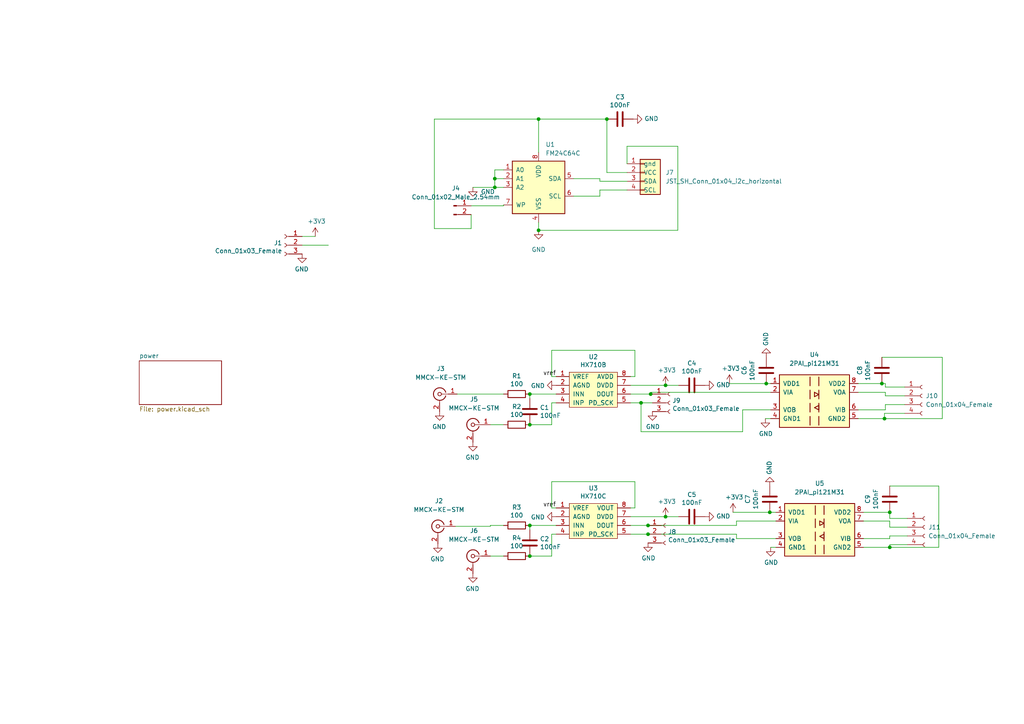
<source format=kicad_sch>
(kicad_sch (version 20211123) (generator eeschema)
  (paper "A4")
  (lib_symbols
    (symbol "0JLC-6:10" (pin_numbers hide) (pin_names (offset 0))
      (property "Reference" "R" (at 2.032 0 90))
      (property "Value" "10" (at 0 0 90))
      (symbol "10_0_1"
        (rectangle (start -1.016 -2.54) (end 1.016 2.54) (stroke (width 0.254)))
      )
      (symbol "10_1_1"
        (pin passive line (at 0 3.81 270) (length 1.27) (name "~") (number "1"))
        (pin passive line (at 0 -3.81 90) (length 1.27) (name "~") (number "2"))
      )
    )
    (symbol "0JLC-6:100nF" (pin_numbers hide) (pin_names (offset 0.254))
      (property "Reference" "C" (at 0.635 2.54 0))
      (property "Value" "100nF" (at 0.635 -2.54 0))
      (symbol "100nF_0_1"
        (polyline (pts (xy -2.032 -0.762) (xy 2.032 -0.762)) (stroke (width 0.508)))
        (polyline (pts (xy -2.032 0.762) (xy 2.032 0.762)) (stroke (width 0.508)))
      )
      (symbol "100nF_1_1"
        (pin passive line (at 0 3.81 270) (length 2.794) (name "~") (number "1"))
        (pin passive line (at 0 -3.81 90) (length 2.794) (name "~") (number "2"))
      )
    )
    (symbol "0JLC-6:2PAI_pi121M31" (pin_names (offset 1.016))
      (property "Reference" "U" (at -10.16 8.89 0))
      (property "Value" "2PAI_pi121M31" (at -2.032 8.89 0))
      (symbol "2PAI_pi121M31_0_1"
        (rectangle (start -10.16 7.62) (end 10.16 -7.62) (stroke (width 0.254)) (fill (type background)))
        (polyline (pts (xy -1.27 -4.445) (xy -1.27 -6.985)) (stroke (width 0.254)))
        (polyline (pts (xy -1.27 -0.635) (xy -1.27 -3.175)) (stroke (width 0.254)))
        (polyline (pts (xy -1.27 3.175) (xy -1.27 0.635)) (stroke (width 0.254)))
        (polyline (pts (xy -1.27 6.985) (xy -1.27 4.445)) (stroke (width 0.254)))
        (polyline (pts (xy 1.27 -4.445) (xy 1.27 -6.985)) (stroke (width 0.254)))
        (polyline (pts (xy 1.27 -0.635) (xy 1.27 -3.175)) (stroke (width 0.254)))
        (polyline (pts (xy 1.27 3.175) (xy 1.27 0.635)) (stroke (width 0.254)))
        (polyline (pts (xy 1.27 6.985) (xy 1.27 4.445)) (stroke (width 0.254)))
        (polyline (pts (xy 0 2.54) (xy 0 1.27) (xy 1.27 1.905) (xy 0 2.54)) (stroke (width 0.254)))
        (polyline (pts (xy 1.27 -1.27) (xy 1.27 -2.54) (xy 0 -1.905) (xy 1.27 -1.27)) (stroke (width 0.254)))
      )
      (symbol "2PAI_pi121M31_1_1"
        (pin power_in line (at -12.7 5.08 0) (length 2.54) (name "VDD1") (number "1"))
        (pin input line (at -12.7 2.54 0) (length 2.54) (name "VIA") (number "2"))
        (pin output line (at -12.7 -2.54 0) (length 2.54) (name "VOB") (number "3"))
        (pin power_in line (at -12.7 -5.08 0) (length 2.54) (name "GND1") (number "4"))
        (pin power_in line (at 12.7 -5.08 180) (length 2.54) (name "GND2") (number "5"))
        (pin input line (at 12.7 -2.54 180) (length 2.54) (name "VIB") (number "6"))
        (pin output line (at 12.7 2.54 180) (length 2.54) (name "VOA") (number "7"))
        (pin power_in line (at 12.7 5.08 180) (length 2.54) (name "VDD2") (number "8"))
      )
    )
    (symbol "0JLC-6:Conn_01x02_Male_2.54mm" (pin_names (offset 1.016) hide)
      (property "Reference" "J" (at 0 2.54 0))
      (property "Value" "Conn_01x02_Male_2.54mm" (at 0 -5.08 0))
      (symbol "Conn_01x02_Male_2.54mm_1_1"
        (polyline (pts (xy 1.27 -2.54) (xy 0.8636 -2.54)) (stroke (width 0.1524)))
        (polyline (pts (xy 1.27 0) (xy 0.8636 0)) (stroke (width 0.1524)))
        (rectangle (start 0.8636 -2.413) (end 0 -2.667) (stroke (width 0.1524)) (fill (type outline)))
        (rectangle (start 0.8636 0.127) (end 0 -0.127) (stroke (width 0.1524)) (fill (type outline)))
        (pin passive line (at 5.08 0 180) (length 3.81) (name "Pin_1") (number "1"))
        (pin passive line (at 5.08 -2.54 180) (length 3.81) (name "Pin_2") (number "2"))
      )
    )
    (symbol "0JLC-6:HX710B" (pin_names (offset 1.016))
      (property "Reference" "U" (at 0 1.27 0))
      (property "Value" "HX710B" (at 0 3.81 0))
      (symbol "HX710B_0_1"
        (rectangle (start -7.62 0) (end 6.35 -10.16) (fill (type background)))
      )
      (symbol "HX710B_1_1"
        (pin passive line (at -11.43 -1.27 0) (length 3.81) (name "VREF") (number "1"))
        (pin passive line (at -11.43 -3.81 0) (length 3.81) (name "AGND") (number "2"))
        (pin passive line (at -11.43 -6.35 0) (length 3.81) (name "INN") (number "3"))
        (pin passive line (at -11.43 -8.89 0) (length 3.81) (name "INP") (number "4"))
        (pin passive line (at 10.16 -8.89 180) (length 3.81) (name "PD_SCK") (number "5"))
        (pin passive line (at 10.16 -6.35 180) (length 3.81) (name "DOUT") (number "6"))
        (pin passive line (at 10.16 -3.81 180) (length 3.81) (name "DVDD") (number "7"))
        (pin passive line (at 10.16 -1.27 180) (length 3.81) (name "AVDD") (number "8"))
      )
    )
    (symbol "0JLC-6:HX710C" (pin_names (offset 1.016))
      (property "Reference" "U" (at 0 1.27 0))
      (property "Value" "HX710C" (at 0 3.81 0))
      (symbol "HX710C_0_1"
        (rectangle (start -7.62 0) (end 6.35 -10.16) (fill (type background)))
      )
      (symbol "HX710C_1_1"
        (pin passive line (at -11.43 -1.27 0) (length 3.81) (name "VREF") (number "1"))
        (pin passive line (at -11.43 -3.81 0) (length 3.81) (name "AGND") (number "2"))
        (pin passive line (at -11.43 -6.35 0) (length 3.81) (name "INN") (number "3"))
        (pin passive line (at -11.43 -8.89 0) (length 3.81) (name "INP") (number "4"))
        (pin passive line (at 10.16 -8.89 180) (length 3.81) (name "PD_SCK") (number "5"))
        (pin passive line (at 10.16 -6.35 180) (length 3.81) (name "DOUT") (number "6"))
        (pin passive line (at 10.16 -3.81 180) (length 3.81) (name "DVDD") (number "7"))
        (pin passive line (at 10.16 -1.27 180) (length 3.81) (name "VOUT") (number "8"))
      )
    )
    (symbol "0JLC-6:JST_SH_Conn_01x04_i2c_horizontal" (pin_names (offset 1.016))
      (property "Reference" "J" (at 0 5.08 0))
      (property "Value" "JST_SH_Conn_01x04_i2c_horizontal" (at 0 -7.62 0))
      (symbol "JST_SH_Conn_01x04_i2c_horizontal_1_1"
        (rectangle (start -1.27 -4.953) (end 0 -5.207) (stroke (width 0.1524)))
        (rectangle (start -1.27 -2.413) (end 0 -2.667) (stroke (width 0.1524)))
        (rectangle (start -1.27 0.127) (end 0 -0.127) (stroke (width 0.1524)))
        (rectangle (start -1.27 2.667) (end 0 2.413) (stroke (width 0.1524)))
        (rectangle (start -1.27 3.81) (end 4.572 -6.35) (stroke (width 0.254)) (fill (type background)))
        (pin passive line (at -5.08 2.54 0) (length 3.81) (name "gnd") (number "1"))
        (pin passive line (at -5.08 0 0) (length 3.81) (name "VCC") (number "2"))
        (pin passive line (at -5.08 -2.54 0) (length 3.81) (name "SDA") (number "3"))
        (pin passive line (at -5.08 -5.08 0) (length 3.81) (name "SCL") (number "4"))
      )
    )
    (symbol "0JLC-6:MMCX-KE-STM" (pin_names (offset 1.016) hide)
      (property "Reference" "J" (at 0.254 3.048 0))
      (property "Value" "MMCX-KE-STM" (at 2.921 0 90))
      (symbol "MMCX-KE-STM_0_1"
        (arc (start -1.778 -0.508) (mid 0.2311 -1.8066) (end 1.778 0) (stroke (width 0.254)))
        (polyline (pts (xy -2.54 0) (xy -0.508 0)))
        (polyline (pts (xy 0 -2.54) (xy 0 -1.778)))
        (circle (center 0 0) (radius 0.508) (stroke (width 0.2032)))
        (arc (start 1.778 0) (mid 0.2099 1.8101) (end -1.778 0.508) (stroke (width 0.254)))
      )
      (symbol "MMCX-KE-STM_1_1"
        (pin passive line (at -5.08 0 0) (length 2.54) (name "In") (number "1"))
        (pin passive line (at 0 -5.08 90) (length 2.54) (name "Ext") (number "2"))
      )
    )
    (symbol "Connector:Conn_01x03_Female" (pin_names (offset 1.016) hide)
      (property "Reference" "J" (at 0 5.08 0))
      (property "Value" "Conn_01x03_Female" (at 0 -5.08 0))
      (symbol "Conn_01x03_Female_1_1"
        (arc (start 0 -2.032) (mid -0.508 -2.54) (end 0 -3.048) (stroke (width 0.1524)))
        (polyline (pts (xy -1.27 -2.54) (xy -0.508 -2.54)) (stroke (width 0.1524)))
        (polyline (pts (xy -1.27 0) (xy -0.508 0)) (stroke (width 0.1524)))
        (polyline (pts (xy -1.27 2.54) (xy -0.508 2.54)) (stroke (width 0.1524)))
        (arc (start 0 0.508) (mid -0.508 0) (end 0 -0.508) (stroke (width 0.1524)))
        (arc (start 0 3.048) (mid -0.508 2.54) (end 0 2.032) (stroke (width 0.1524)))
        (pin passive line (at -5.08 2.54 0) (length 3.81) (name "Pin_1") (number "1"))
        (pin passive line (at -5.08 0 0) (length 3.81) (name "Pin_2") (number "2"))
        (pin passive line (at -5.08 -2.54 0) (length 3.81) (name "Pin_3") (number "3"))
      )
    )
    (symbol "Connector:Conn_01x04_Female" (pin_names (offset 1.016) hide)
      (property "Reference" "J" (at 0 5.08 0))
      (property "Value" "Conn_01x04_Female" (at 0 -7.62 0))
      (symbol "Conn_01x04_Female_1_1"
        (arc (start 0 -4.572) (mid -0.508 -5.08) (end 0 -5.588) (stroke (width 0.1524)))
        (arc (start 0 -2.032) (mid -0.508 -2.54) (end 0 -3.048) (stroke (width 0.1524)))
        (polyline (pts (xy -1.27 -5.08) (xy -0.508 -5.08)) (stroke (width 0.1524)))
        (polyline (pts (xy -1.27 -2.54) (xy -0.508 -2.54)) (stroke (width 0.1524)))
        (polyline (pts (xy -1.27 0) (xy -0.508 0)) (stroke (width 0.1524)))
        (polyline (pts (xy -1.27 2.54) (xy -0.508 2.54)) (stroke (width 0.1524)))
        (arc (start 0 0.508) (mid -0.508 0) (end 0 -0.508) (stroke (width 0.1524)))
        (arc (start 0 3.048) (mid -0.508 2.54) (end 0 2.032) (stroke (width 0.1524)))
        (pin passive line (at -5.08 2.54 0) (length 3.81) (name "Pin_1") (number "1"))
        (pin passive line (at -5.08 0 0) (length 3.81) (name "Pin_2") (number "2"))
        (pin passive line (at -5.08 -2.54 0) (length 3.81) (name "Pin_3") (number "3"))
        (pin passive line (at -5.08 -5.08 0) (length 3.81) (name "Pin_4") (number "4"))
      )
    )
    (symbol "Memory_NVRAM:FM24C64C" (pin_names (offset 1.016))
      (property "Reference" "U" (at -5.08 8.89 0))
      (property "Value" "FM24C64C" (at 6.35 -8.89 0))
      (symbol "FM24C64C_0_1"
        (rectangle (start -7.62 7.62) (end 7.62 -7.62) (stroke (width 0.254)) (fill (type background)))
      )
      (symbol "FM24C64C_1_1"
        (pin input line (at -10.16 5.08 0) (length 2.54) (name "A0") (number "1"))
        (pin input line (at -10.16 2.54 0) (length 2.54) (name "A1") (number "2"))
        (pin input line (at -10.16 0 0) (length 2.54) (name "A2") (number "3"))
        (pin power_in line (at 0 -10.16 90) (length 2.54) (name "VSS") (number "4"))
        (pin bidirectional line (at 10.16 2.54 180) (length 2.54) (name "SDA") (number "5"))
        (pin input line (at 10.16 -2.54 180) (length 2.54) (name "SCL") (number "6"))
        (pin input line (at -10.16 -5.08 0) (length 2.54) (name "WP") (number "7"))
        (pin power_in line (at 0 10.16 270) (length 2.54) (name "VDD") (number "8"))
      )
    )
    (symbol "power:+3.3V" (power) (pin_names (offset 0))
      (property "Value" "+3.3V" (at 0 3.556 0))
      (symbol "+3.3V_0_1"
        (polyline (pts (xy -0.762 1.27) (xy 0 2.54)))
        (polyline (pts (xy 0 0) (xy 0 2.54)))
        (polyline (pts (xy 0 2.54) (xy 0.762 1.27)))
      )
      (symbol "+3.3V_1_1"
        (pin power_in line (at 0 0 90) (length 0) hide (name "+3V3") (number "1"))
      )
    )
    (symbol "power:GND" (power) (pin_names (offset 0))
      (property "Value" "GND" (at 0 -3.81 0))
      (symbol "GND_0_1"
        (polyline (pts (xy 0 0) (xy 0 -1.27) (xy 1.27 -1.27) (xy 0 -2.54) (xy -1.27 -1.27) (xy 0 -1.27)))
      )
      (symbol "GND_1_1"
        (pin power_in line (at 0 0 270) (length 0) hide (name "GND") (number "1"))
      )
    )
  )
  (junction (at 153.67 123.19))
  (junction (at 156.21 66.802))
  (junction (at 156.21 34.544))
  (junction (at 153.67 152.4))
  (junction (at 176.022 34.544))
  (junction (at 143.51 54.356))
  (junction (at 153.67 114.3))
  (junction (at 185.928 116.84))
  (junction (at 187.96 152.4))
  (junction (at 223.266 148.59))
  (junction (at 187.96 154.94))
  (junction (at 193.04 111.76))
  (junction (at 143.51 51.816))
  (junction (at 222.25 111.252))
  (junction (at 255.778 111.252))
  (junction (at 188.722 114.3))
  (junction (at 153.67 161.29))
  (junction (at 193.04 149.86))
  (junction (at 258.064 148.59))
  (junction (at 256.54 121.412))
  (junction (at 258.064 158.75))
  (wire (pts (xy 136.652 66.294) (xy 125.984 66.294)))
  (wire (pts (xy 273.304 103.632) (xy 273.304 121.412)))
  (wire (pts (xy 181.864 50.038) (xy 176.022 50.038)))
  (wire (pts (xy 182.88 114.3) (xy 188.722 114.3)))
  (wire (pts (xy 222.25 111.252) (xy 211.582 111.252)))
  (wire (pts (xy 153.67 114.3) (xy 153.67 115.57)))
  (wire (pts (xy 196.596 66.802) (xy 156.21 66.802)))
  (wire (pts (xy 222.25 111.252) (xy 223.52 111.252)))
  (wire (pts (xy 125.984 34.544) (xy 156.21 34.544)))
  (wire (pts (xy 143.51 49.276) (xy 143.51 51.816)))
  (wire (pts (xy 166.37 51.816) (xy 173.99 51.816)))
  (wire (pts (xy 250.444 158.75) (xy 258.064 158.75)))
  (wire (pts (xy 182.88 152.4) (xy 187.96 152.4)))
  (wire (pts (xy 187.96 152.4) (xy 213.614 152.4)))
  (wire (pts (xy 181.864 47.498) (xy 181.864 42.418)))
  (wire (pts (xy 160.02 147.32) (xy 161.29 147.32)))
  (wire (pts (xy 142.24 123.19) (xy 146.05 123.19)))
  (wire (pts (xy 215.392 118.872) (xy 215.392 125.222)))
  (wire (pts (xy 161.29 109.22) (xy 160.02 109.22)))
  (wire (pts (xy 263.144 150.368) (xy 258.064 150.368)))
  (wire (pts (xy 161.29 114.3) (xy 153.67 114.3)))
  (wire (pts (xy 146.05 59.69) (xy 146.05 59.436)))
  (wire (pts (xy 258.064 148.59) (xy 250.444 148.59)))
  (wire (pts (xy 146.05 49.276) (xy 143.51 49.276)))
  (wire (pts (xy 153.67 123.19) (xy 160.02 123.19)))
  (wire (pts (xy 258.064 157.988) (xy 263.144 157.988)))
  (wire (pts (xy 256.794 111.252) (xy 256.794 112.268)))
  (wire (pts (xy 173.99 52.578) (xy 181.864 52.578)))
  (wire (pts (xy 160.02 123.19) (xy 160.02 116.84)))
  (wire (pts (xy 225.044 151.13) (xy 213.614 151.13)))
  (wire (pts (xy 258.064 151.13) (xy 250.444 151.13)))
  (wire (pts (xy 142.24 161.29) (xy 146.05 161.29)))
  (wire (pts (xy 193.04 149.86) (xy 196.85 149.86)))
  (wire (pts (xy 136.652 62.23) (xy 136.652 66.294)))
  (wire (pts (xy 256.794 114.808) (xy 262.382 114.808)))
  (wire (pts (xy 256.794 117.348) (xy 262.382 117.348)))
  (wire (pts (xy 185.928 125.222) (xy 185.928 116.84)))
  (wire (pts (xy 143.51 51.816) (xy 143.51 54.356)))
  (wire (pts (xy 184.15 109.22) (xy 182.88 109.22)))
  (wire (pts (xy 248.92 118.872) (xy 256.794 118.872)))
  (wire (pts (xy 256.54 121.412) (xy 256.54 119.888)))
  (wire (pts (xy 273.304 121.412) (xy 256.54 121.412)))
  (wire (pts (xy 161.29 152.4) (xy 153.67 152.4)))
  (wire (pts (xy 160.02 116.84) (xy 161.29 116.84)))
  (wire (pts (xy 258.064 140.97) (xy 272.288 140.97)))
  (wire (pts (xy 189.23 116.84) (xy 185.928 116.84)))
  (wire (pts (xy 213.614 156.21) (xy 213.614 154.94)))
  (wire (pts (xy 215.392 125.222) (xy 185.928 125.222)))
  (wire (pts (xy 223.52 158.75) (xy 225.044 158.75)))
  (wire (pts (xy 248.92 111.252) (xy 255.778 111.252)))
  (wire (pts (xy 187.96 154.94) (xy 213.614 154.94)))
  (wire (pts (xy 160.02 161.29) (xy 160.02 154.94)))
  (wire (pts (xy 173.99 55.118) (xy 173.99 56.896)))
  (wire (pts (xy 173.99 56.896) (xy 166.37 56.896)))
  (wire (pts (xy 213.614 151.13) (xy 213.614 152.4)))
  (wire (pts (xy 248.92 113.792) (xy 256.794 113.792)))
  (wire (pts (xy 182.88 154.94) (xy 187.96 154.94)))
  (wire (pts (xy 258.064 156.21) (xy 258.064 155.448)))
  (wire (pts (xy 250.444 156.21) (xy 258.064 156.21)))
  (wire (pts (xy 258.064 155.448) (xy 263.144 155.448)))
  (wire (pts (xy 263.144 152.908) (xy 258.064 152.908)))
  (wire (pts (xy 221.996 121.412) (xy 223.52 121.412)))
  (wire (pts (xy 142.24 152.4) (xy 146.05 152.4)))
  (wire (pts (xy 223.52 118.872) (xy 215.392 118.872)))
  (wire (pts (xy 87.63 68.58) (xy 91.44 68.58)))
  (wire (pts (xy 223.266 148.59) (xy 212.598 148.59)))
  (wire (pts (xy 196.596 42.418) (xy 196.596 66.802)))
  (wire (pts (xy 160.02 109.22) (xy 160.02 101.6)))
  (wire (pts (xy 137.16 54.356) (xy 143.51 54.356)))
  (wire (pts (xy 156.21 34.544) (xy 156.21 44.196)))
  (wire (pts (xy 160.02 139.7) (xy 160.02 147.32)))
  (wire (pts (xy 132.08 152.654) (xy 142.24 152.654)))
  (wire (pts (xy 182.88 149.86) (xy 193.04 149.86)))
  (wire (pts (xy 143.51 54.356) (xy 146.05 54.356)))
  (wire (pts (xy 258.064 152.908) (xy 258.064 151.13)))
  (wire (pts (xy 272.288 140.97) (xy 272.288 158.75)))
  (wire (pts (xy 87.63 71.12) (xy 95.25 71.12)))
  (wire (pts (xy 132.588 114.3) (xy 146.05 114.3)))
  (wire (pts (xy 184.15 139.7) (xy 160.02 139.7)))
  (wire (pts (xy 181.864 42.418) (xy 196.596 42.418)))
  (wire (pts (xy 184.15 101.6) (xy 184.15 109.22)))
  (wire (pts (xy 153.67 161.29) (xy 160.02 161.29)))
  (wire (pts (xy 255.778 111.252) (xy 256.794 111.252)))
  (wire (pts (xy 248.92 121.412) (xy 256.54 121.412)))
  (wire (pts (xy 176.022 50.038) (xy 176.022 34.544)))
  (wire (pts (xy 193.04 111.76) (xy 182.88 111.76)))
  (wire (pts (xy 188.722 114.3) (xy 189.23 114.3)))
  (wire (pts (xy 258.064 150.368) (xy 258.064 148.59)))
  (wire (pts (xy 188.722 113.792) (xy 188.722 114.3)))
  (wire (pts (xy 142.24 152.654) (xy 142.24 152.4)))
  (wire (pts (xy 156.21 66.802) (xy 156.21 64.516)))
  (wire (pts (xy 256.794 112.268) (xy 262.382 112.268)))
  (wire (pts (xy 176.022 34.544) (xy 156.21 34.544)))
  (wire (pts (xy 173.99 51.816) (xy 173.99 52.578)))
  (wire (pts (xy 225.044 156.21) (xy 213.614 156.21)))
  (wire (pts (xy 136.652 59.69) (xy 146.05 59.69)))
  (wire (pts (xy 125.984 66.294) (xy 125.984 34.544)))
  (wire (pts (xy 272.288 158.75) (xy 258.064 158.75)))
  (wire (pts (xy 256.794 113.792) (xy 256.794 114.808)))
  (wire (pts (xy 256.54 119.888) (xy 262.382 119.888)))
  (wire (pts (xy 160.02 101.6) (xy 184.15 101.6)))
  (wire (pts (xy 181.864 55.118) (xy 173.99 55.118)))
  (wire (pts (xy 184.15 147.32) (xy 184.15 139.7)))
  (wire (pts (xy 182.88 147.32) (xy 184.15 147.32)))
  (wire (pts (xy 185.928 116.84) (xy 182.88 116.84)))
  (wire (pts (xy 256.794 118.872) (xy 256.794 117.348)))
  (wire (pts (xy 143.51 51.816) (xy 146.05 51.816)))
  (wire (pts (xy 153.67 152.4) (xy 153.67 153.67)))
  (wire (pts (xy 225.044 148.59) (xy 223.266 148.59)))
  (wire (pts (xy 160.02 154.94) (xy 161.29 154.94)))
  (wire (pts (xy 193.04 111.76) (xy 196.85 111.76)))
  (wire (pts (xy 223.52 113.792) (xy 188.722 113.792)))
  (wire (pts (xy 258.064 158.75) (xy 258.064 157.988)))
  (wire (pts (xy 255.778 103.632) (xy 273.304 103.632)))
  (label "vref" (at 161.29 147.32 180))
  (label "vref" (at 161.29 109.22 180))
  (symbol (lib_id "0JLC-6:HX710B") (at 172.72 107.95 0) (unit 1)
    (property "Reference" "U2" (at 172.085 103.505 0))
    (property "Value" "HX710B" (at 172.085 105.8164 0))
    (property "Footprint" "Package_SO:SOP-8_3.9x4.9mm_P1.27mm" (effects hide))
    (property "LCSC" "C78447" (effects hide))
    (property "MPN" "HX710B" (effects hide))
  )
  (symbol (lib_id "0JLC-6:HX710C") (at 172.72 146.05 0) (unit 1)
    (property "Reference" "U3" (at 172.085 141.605 0))
    (property "Value" "HX710C" (at 172.085 143.9164 0))
    (property "Footprint" "Package_SO:SOP-8_3.9x4.9mm_P1.27mm" (effects hide))
    (property "LCSC" "C124156" (effects hide))
    (property "MPN" "HX710C" (effects hide))
  )
  (symbol (lib_id "power:GND") (at 161.29 149.86 270) (unit 1)
    (property "Reference" "#PWR010" (effects hide))
    (property "Value" "GND" (at 158.0388 149.987 90) (effects (justify right)))
  )
  (symbol (lib_id "power:GND") (at 161.29 111.76 270) (unit 1)
    (property "Reference" "#PWR09" (effects hide))
    (property "Value" "GND" (at 158.0388 111.887 90) (effects (justify right)))
  )
  (symbol (lib_id "power:+3.3V") (at 193.04 111.76 0) (unit 1)
    (property "Reference" "#PWR014" (effects hide))
    (property "Value" "+3.3V" (at 193.421 107.3658 0))
  )
  (symbol (lib_id "power:+3.3V") (at 193.04 149.86 0) (unit 1)
    (property "Reference" "#PWR015" (effects hide))
    (property "Value" "+3.3V" (at 193.421 145.4658 0))
  )
  (symbol (lib_id "0JLC-6:100nF") (at 200.66 111.76 270) (unit 1)
    (property "Reference" "C4" (at 200.66 105.3592 90))
    (property "Value" "100nF" (at 200.66 107.6706 90))
    (property "Footprint" "Capacitor_SMD:C_0603_1608Metric_Pad1.08x0.95mm_HandSolder" (effects hide))
    (property "LCSC" "C14663" (effects hide))
    (property "MPN" "CC0603KRX7R9BB104" (effects hide))
  )
  (symbol (lib_id "0JLC-6:100nF") (at 200.66 149.86 270) (unit 1)
    (property "Reference" "C5" (at 200.66 143.4592 90))
    (property "Value" "100nF" (at 200.66 145.7706 90))
    (property "Footprint" "Capacitor_SMD:C_0603_1608Metric_Pad1.08x0.95mm_HandSolder" (effects hide))
    (property "LCSC" "C14663" (effects hide))
    (property "MPN" "CC0603KRX7R9BB104" (effects hide))
  )
  (symbol (lib_id "power:GND") (at 204.47 149.86 90) (unit 1)
    (property "Reference" "#PWR017" (effects hide))
    (property "Value" "GND" (at 207.7212 149.733 90) (effects (justify right)))
  )
  (symbol (lib_id "power:GND") (at 204.47 111.76 90) (unit 1)
    (property "Reference" "#PWR016" (effects hide))
    (property "Value" "GND" (at 207.7212 111.633 90) (effects (justify right)))
  )
  (symbol (lib_id "0JLC-6:100nF") (at 153.67 157.48 180) (unit 1)
    (property "Reference" "C2" (at 156.591 156.3116 0) (effects (justify right)))
    (property "Value" "100nF" (at 156.591 158.623 0) (effects (justify right)))
    (property "Footprint" "Capacitor_SMD:C_0603_1608Metric_Pad1.08x0.95mm_HandSolder" (effects hide))
    (property "LCSC" "C14663" (effects hide))
    (property "MPN" "CC0603KRX7R9BB104" (effects hide))
  )
  (symbol (lib_id "0JLC-6:10") (at 149.86 152.4 270) (unit 1)
    (property "Reference" "R3" (at 149.86 147.1422 90))
    (property "Value" "100" (at 149.86 149.4536 90))
    (property "Footprint" "Resistor_SMD:R_0603_1608Metric_Pad1.05x0.95mm_HandSolder" (effects hide))
    (property "LCSC" "C22775" (effects hide))
    (property "MPN" "0603WAF1000T5E" (effects hide))
  )
  (symbol (lib_id "0JLC-6:10") (at 149.86 161.29 270) (unit 1)
    (property "Reference" "R4" (at 149.86 156.0322 90))
    (property "Value" "100" (at 149.86 158.3436 90))
    (property "Footprint" "Resistor_SMD:R_0603_1608Metric_Pad1.05x0.95mm_HandSolder" (effects hide))
    (property "LCSC" "C22775" (effects hide))
    (property "MPN" "0603WAF1000T5E" (effects hide))
  )
  (symbol (lib_id "0JLC-6:100nF") (at 153.67 119.38 180) (unit 1)
    (property "Reference" "C1" (at 156.591 118.2116 0) (effects (justify right)))
    (property "Value" "100nF" (at 156.591 120.523 0) (effects (justify right)))
    (property "Footprint" "Capacitor_SMD:C_0603_1608Metric_Pad1.08x0.95mm_HandSolder" (effects hide))
    (property "LCSC" "C14663" (effects hide))
    (property "MPN" "CC0603KRX7R9BB104" (effects hide))
  )
  (symbol (lib_id "0JLC-6:10") (at 149.86 114.3 270) (unit 1)
    (property "Reference" "R1" (at 149.86 109.0422 90))
    (property "Value" "100" (at 149.86 111.3536 90))
    (property "Footprint" "Resistor_SMD:R_0603_1608Metric_Pad1.05x0.95mm_HandSolder" (effects hide))
    (property "LCSC" "C22775" (effects hide))
    (property "MPN" "0603WAF1000T5E" (effects hide))
  )
  (symbol (lib_id "0JLC-6:10") (at 149.86 123.19 270) (unit 1)
    (property "Reference" "R2" (at 149.86 117.9322 90))
    (property "Value" "100" (at 149.86 120.2436 90))
    (property "Footprint" "Resistor_SMD:R_0603_1608Metric_Pad1.05x0.95mm_HandSolder" (effects hide))
    (property "LCSC" "C22775" (effects hide))
    (property "MPN" "0603WAF1000T5E" (effects hide))
  )
  (symbol (lib_id "Connector:Conn_01x03_Female") (at 194.31 116.84 0) (unit 1)
    (property "Reference" "J9" (at 195.0212 116.1796 0) (effects (justify left)))
    (property "Value" "Conn_01x03_Female" (at 195.0212 118.491 0) (effects (justify left)))
    (property "Footprint" "Connector_PinSocket_2.54mm:PinSocket_1x03_P2.54mm_Vertical" (effects hide))
    (property "LCSC" "C146243" (effects hide))
    (property "MPN" "HDR-TH_3P-P2.54-V" (effects hide))
  )
  (symbol (lib_id "power:GND") (at 189.23 119.38 0) (unit 1)
    (property "Reference" "#PWR013" (effects hide))
    (property "Value" "GND" (at 189.357 123.7742 0))
  )
  (symbol (lib_id "Connector:Conn_01x03_Female") (at 193.04 154.94 0) (unit 1)
    (property "Reference" "J8" (at 193.7512 154.2796 0) (effects (justify left)))
    (property "Value" "Conn_01x03_Female" (at 193.7512 156.591 0) (effects (justify left)))
    (property "Footprint" "Connector_PinSocket_2.54mm:PinSocket_1x03_P2.54mm_Vertical" (effects hide))
    (property "LCSC" "C146243" (effects hide))
    (property "MPN" "HDR-TH_3P-P2.54-V" (effects hide))
  )
  (symbol (lib_id "power:GND") (at 187.96 157.48 0) (unit 1)
    (property "Reference" "#PWR012" (effects hide))
    (property "Value" "GND" (at 188.087 161.8742 0))
  )
  (symbol (lib_id "Connector:Conn_01x03_Female") (at 82.55 71.12 0) (mirror y) (unit 1)
    (property "Reference" "J1" (at 81.8388 70.4596 0) (effects (justify left)))
    (property "Value" "Conn_01x03_Female" (at 81.8388 72.771 0) (effects (justify left)))
    (property "Footprint" "Connector_PinSocket_2.54mm:PinSocket_1x03_P2.54mm_Vertical" (effects hide))
    (property "LCSC" "C146243" (effects hide))
    (property "MPN" "HDR-TH_3P-P2.54-V" (effects hide))
  )
  (symbol (lib_id "power:GND") (at 87.63 73.66 0) (mirror y) (unit 1)
    (property "Reference" "#PWR01" (effects hide))
    (property "Value" "GND" (at 87.503 78.0542 0))
  )
  (symbol (lib_id "power:+3.3V") (at 91.44 68.58 0) (unit 1)
    (property "Reference" "#PWR02" (effects hide))
    (property "Value" "+3.3V" (at 91.821 64.1858 0))
  )
  (symbol (lib_id "power:GND") (at 222.25 103.632 180) (unit 1)
    (property "Reference" "#PWR021" (effects hide))
    (property "Value" "GND" (at 222.123 100.3808 90) (effects (justify right)))
  )
  (symbol (lib_id "power:GND") (at 137.16 54.356 0) (unit 1)
    (property "Reference" "#PWR05" (effects hide))
    (property "Value" "GND" (at 139.446 55.6259 0) (effects (justify left)))
  )
  (symbol (lib_id "0JLC-6:2PAI_pi121M31") (at 237.744 153.67 0) (unit 1)
    (property "Reference" "U5" (at 237.744 140.208 0))
    (property "Value" "2PAI_pi121M31" (at 237.744 142.748 0))
    (property "Footprint" "Package_SO:SOIC-8_3.9x4.9mm_P1.27mm" (effects hide))
    (property "Datasheet" "https://datasheet.lcsc.com/lcsc/2001131822_2Pai-Semi--121M31_C471593.pdf" (effects hide))
    (property "LCSC" "C471593" (effects hide))
  )
  (symbol (lib_id "0JLC-6:100nF") (at 255.778 107.442 0) (unit 1)
    (property "Reference" "C8" (at 249.3772 107.442 90))
    (property "Value" "100nF" (at 251.6886 107.442 90))
    (property "Footprint" "Capacitor_SMD:C_0603_1608Metric_Pad1.08x0.95mm_HandSolder" (effects hide))
    (property "LCSC" "C14663" (effects hide))
    (property "MPN" "CC0603KRX7R9BB104" (effects hide))
  )
  (symbol (lib_id "0JLC-6:2PAI_pi121M31") (at 236.22 116.332 0) (unit 1)
    (property "Reference" "U4" (at 236.22 102.87 0))
    (property "Value" "2PAI_pi121M31" (at 236.22 105.41 0))
    (property "Footprint" "Package_SO:SOIC-8_3.9x4.9mm_P1.27mm" (effects hide))
    (property "Datasheet" "https://datasheet.lcsc.com/lcsc/2001131822_2Pai-Semi--121M31_C471593.pdf" (effects hide))
    (property "LCSC" "C471593" (effects hide))
  )
  (symbol (lib_id "power:+3.3V") (at 212.598 148.59 0) (unit 1)
    (property "Reference" "#PWR019" (effects hide))
    (property "Value" "+3.3V" (at 212.979 144.1958 0))
  )
  (symbol (lib_id "0JLC-6:MMCX-KE-STM") (at 127.508 114.3 0) (mirror y) (unit 1)
    (property "Reference" "J3" (at 127.8254 106.934 0))
    (property "Value" "MMCX-KE-STM" (at 127.8254 109.474 0))
    (property "Footprint" "0my_footprints6:MMCX-SMD_KH-MMCX-KE-STM" (effects hide))
    (property "Datasheet" " ~" (effects hide))
    (property "LCSC" "C2898970" (effects hide))
    (property "MPN" "KH-MMCX-KE-STM" (effects hide))
  )
  (symbol (lib_id "power:GND") (at 223.266 140.97 180) (unit 1)
    (property "Reference" "#PWR022" (effects hide))
    (property "Value" "GND" (at 223.139 137.7188 90) (effects (justify right)))
  )
  (symbol (lib_id "power:GND") (at 183.642 34.544 90) (unit 1)
    (property "Reference" "#PWR011" (effects hide))
    (property "Value" "GND" (at 186.8932 34.417 90) (effects (justify right)))
  )
  (symbol (lib_id "power:+3.3V") (at 211.582 111.252 0) (unit 1)
    (property "Reference" "#PWR018" (effects hide))
    (property "Value" "+3.3V" (at 211.963 106.8578 0))
  )
  (symbol (lib_id "power:GND") (at 127 157.734 0) (mirror y) (unit 1)
    (property "Reference" "#PWR03" (effects hide))
    (property "Value" "GND" (at 126.873 162.1282 0))
  )
  (symbol (lib_id "0JLC-6:MMCX-KE-STM") (at 127 152.654 0) (mirror y) (unit 1)
    (property "Reference" "J2" (at 127.3174 145.288 0))
    (property "Value" "MMCX-KE-STM" (at 127.3174 147.828 0))
    (property "Footprint" "0my_footprints6:MMCX-SMD_KH-MMCX-KE-STM" (effects hide))
    (property "Datasheet" " ~" (effects hide))
    (property "LCSC" "C2898970" (effects hide))
    (property "MPN" "KH-MMCX-KE-STM" (effects hide))
  )
  (symbol (lib_id "Connector:Conn_01x04_Female") (at 268.224 152.908 0) (unit 1)
    (property "Reference" "J11" (at 269.24 152.9079 0) (effects (justify left)))
    (property "Value" "Conn_01x04_Female" (at 269.24 155.4479 0) (effects (justify left)))
    (property "Footprint" "Connector_PinSocket_2.54mm:PinSocket_1x04_P2.54mm_Vertical" (effects hide))
    (property "LCSC" "C2718488" (effects hide))
  )
  (symbol (lib_id "0JLC-6:JST_SH_Conn_01x04_i2c_horizontal") (at 186.944 50.038 0) (unit 1)
    (property "Reference" "J7" (at 193.04 50.0379 0) (effects (justify left)))
    (property "Value" "JST_SH_Conn_01x04_i2c_horizontal" (at 193.04 52.5779 0) (effects (justify left)))
    (property "Footprint" "Connector_JST:JST_SH_BM04B-SRSS-TB_1x04-1MP_P1.00mm_Vertical" (effects hide))
    (property "LCSC" "C371571" (effects hide))
    (property "MPN" "A1001WR-S" (effects hide))
  )
  (symbol (lib_id "0JLC-6:MMCX-KE-STM") (at 137.16 161.29 0) (mirror y) (unit 1)
    (property "Reference" "J6" (at 137.4774 153.924 0))
    (property "Value" "MMCX-KE-STM" (at 137.4774 156.464 0))
    (property "Footprint" "0my_footprints6:MMCX-SMD_KH-MMCX-KE-STM" (effects hide))
    (property "Datasheet" " ~" (effects hide))
    (property "LCSC" "C2898970" (effects hide))
    (property "MPN" "KH-MMCX-KE-STM" (effects hide))
  )
  (symbol (lib_id "0JLC-6:100nF") (at 179.832 34.544 270) (unit 1)
    (property "Reference" "C3" (at 179.832 28.1432 90))
    (property "Value" "100nF" (at 179.832 30.4546 90))
    (property "Footprint" "Capacitor_SMD:C_0603_1608Metric_Pad1.08x0.95mm_HandSolder" (effects hide))
    (property "LCSC" "C14663" (effects hide))
    (property "MPN" "CC0603KRX7R9BB104" (effects hide))
  )
  (symbol (lib_id "0JLC-6:100nF") (at 222.25 107.442 0) (unit 1)
    (property "Reference" "C6" (at 215.8492 107.442 90))
    (property "Value" "100nF" (at 218.1606 107.442 90))
    (property "Footprint" "Capacitor_SMD:C_0603_1608Metric_Pad1.08x0.95mm_HandSolder" (effects hide))
    (property "LCSC" "C14663" (effects hide))
    (property "MPN" "CC0603KRX7R9BB104" (effects hide))
  )
  (symbol (lib_id "power:GND") (at 137.16 166.37 0) (mirror y) (unit 1)
    (property "Reference" "#PWR07" (effects hide))
    (property "Value" "GND" (at 137.033 170.7642 0))
  )
  (symbol (lib_id "power:GND") (at 221.996 121.412 0) (unit 1)
    (property "Reference" "#PWR020" (effects hide))
    (property "Value" "GND" (at 222.123 125.8062 0))
  )
  (symbol (lib_id "0JLC-6:100nF") (at 258.064 144.78 0) (unit 1)
    (property "Reference" "C9" (at 251.6632 144.78 90))
    (property "Value" "100nF" (at 253.9746 144.78 90))
    (property "Footprint" "Capacitor_SMD:C_0603_1608Metric_Pad1.08x0.95mm_HandSolder" (effects hide))
    (property "LCSC" "C14663" (effects hide))
    (property "MPN" "CC0603KRX7R9BB104" (effects hide))
  )
  (symbol (lib_id "Connector:Conn_01x04_Female") (at 267.462 114.808 0) (unit 1)
    (property "Reference" "J10" (at 268.478 114.8079 0) (effects (justify left)))
    (property "Value" "Conn_01x04_Female" (at 268.478 117.3479 0) (effects (justify left)))
    (property "Footprint" "Connector_PinSocket_2.54mm:PinSocket_1x04_P2.54mm_Vertical" (effects hide))
    (property "LCSC" "C2718488" (effects hide))
  )
  (symbol (lib_id "power:GND") (at 127.508 119.38 0) (mirror y) (unit 1)
    (property "Reference" "#PWR04" (effects hide))
    (property "Value" "GND" (at 127.381 123.7742 0))
  )
  (symbol (lib_id "power:GND") (at 223.52 158.75 0) (unit 1)
    (property "Reference" "#PWR023" (effects hide))
    (property "Value" "GND" (at 223.647 163.1442 0))
  )
  (symbol (lib_id "0JLC-6:100nF") (at 223.266 144.78 0) (unit 1)
    (property "Reference" "C7" (at 216.8652 144.78 90))
    (property "Value" "100nF" (at 219.1766 144.78 90))
    (property "Footprint" "Capacitor_SMD:C_0603_1608Metric_Pad1.08x0.95mm_HandSolder" (effects hide))
    (property "LCSC" "C14663" (effects hide))
    (property "MPN" "CC0603KRX7R9BB104" (effects hide))
  )
  (symbol (lib_id "power:GND") (at 137.16 128.27 0) (mirror y) (unit 1)
    (property "Reference" "#PWR06" (effects hide))
    (property "Value" "GND" (at 137.033 132.6642 0))
  )
  (symbol (lib_id "Memory_NVRAM:FM24C64C") (at 156.21 54.356 0) (unit 1)
    (property "Reference" "U1" (at 158.2294 41.91 0) (effects (justify left)))
    (property "Value" "FM24C64C" (at 158.2294 44.45 0) (effects (justify left)))
    (property "Footprint" "Package_SO:SOIC-8_3.9x4.9mm_P1.27mm" (effects hide))
    (property "Datasheet" "http://www.cypress.com/file/41651/download" (effects hide))
  )
  (symbol (lib_id "0JLC-6:MMCX-KE-STM") (at 137.16 123.19 0) (mirror y) (unit 1)
    (property "Reference" "J5" (at 137.4774 115.824 0))
    (property "Value" "MMCX-KE-STM" (at 137.4774 118.364 0))
    (property "Footprint" "0my_footprints6:MMCX-SMD_KH-MMCX-KE-STM" (effects hide))
    (property "Datasheet" " ~" (effects hide))
    (property "LCSC" "C2898970" (effects hide))
    (property "MPN" "KH-MMCX-KE-STM" (effects hide))
  )
  (symbol (lib_id "0JLC-6:Conn_01x02_Male_2.54mm") (at 131.572 59.69 0) (unit 1)
    (property "Reference" "J4" (at 132.207 54.61 0))
    (property "Value" "Conn_01x02_Male_2.54mm" (at 132.207 57.15 0))
    (property "Footprint" "Connector_PinHeader_2.54mm:PinHeader_1x02_P2.54mm_Vertical" (effects hide))
    (property "LCSC" "C492401" (effects hide))
    (property "MPN" "PZ254V-11-02P" (effects hide))
  )
  (symbol (lib_id "power:GND") (at 156.21 66.802 0) (unit 1)
    (property "Reference" "#PWR08" (effects hide))
    (property "Value" "GND" (at 156.21 72.39 0))
  )
  (sheet (at 40.386 104.648) (size 23.876 12.7) (stroke (width 0.1524))
    (property "Sheet name" "power" (at 40.386 103.9364 0) (effects (justify left bottom)))
    (property "Sheet file" "power.kicad_sch" (at 40.386 117.9326 0) (effects (justify left top)))
  )
)
</source>
